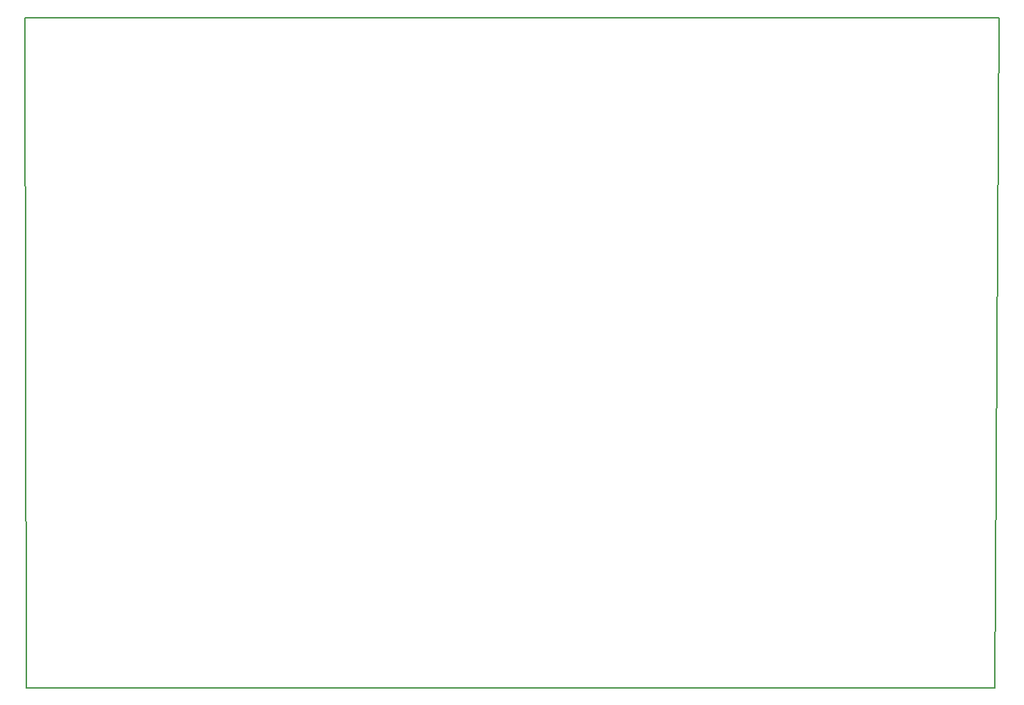
<source format=gbr>
G04 #@! TF.GenerationSoftware,KiCad,Pcbnew,(5.0.2)-1*
G04 #@! TF.CreationDate,2019-05-11T14:53:23+03:00*
G04 #@! TF.ProjectId,ESC versiune2,45534320-7665-4727-9369-756e65322e6b,rev?*
G04 #@! TF.SameCoordinates,Original*
G04 #@! TF.FileFunction,Paste,Bot*
G04 #@! TF.FilePolarity,Positive*
%FSLAX46Y46*%
G04 Gerber Fmt 4.6, Leading zero omitted, Abs format (unit mm)*
G04 Created by KiCad (PCBNEW (5.0.2)-1) date 5/11/2019 2:53:23 PM*
%MOMM*%
%LPD*%
G01*
G04 APERTURE LIST*
%ADD10C,0.150000*%
G04 APERTURE END LIST*
D10*
X57023000Y-131318000D02*
X172212000Y-131318000D01*
X172720000Y-51562000D02*
X172212000Y-131318000D01*
X56896000Y-51562000D02*
X57023000Y-131318000D01*
X56896000Y-51562000D02*
X172720000Y-51562000D01*
M02*

</source>
